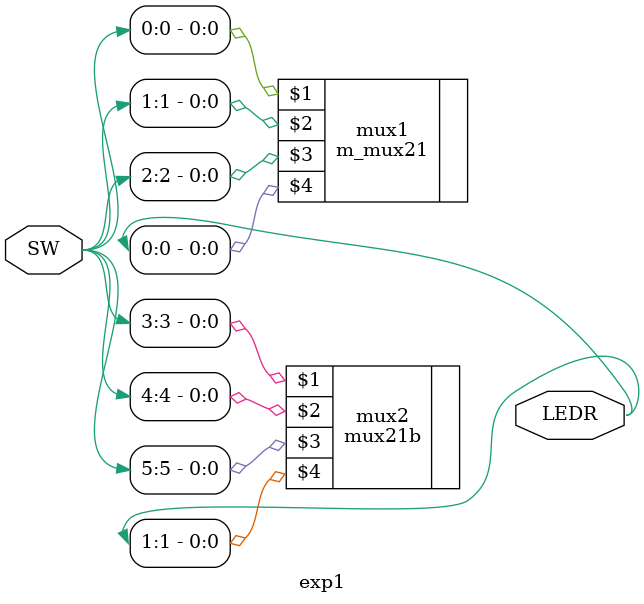
<source format=v>


module exp1(

	//////////// SW //////////
	input 		     [9:0]		SW,

	//////////// LED //////////
	output		     [9:0]		LEDR
);



//=======================================================
//  REG/WIRE declarations
//=======================================================

m_mux21 mux1(SW[0],SW[1],SW[2],LEDR[0]);

mux21b mux2(SW[3],SW[4],SW[5],LEDR[1]);

//=======================================================
//  Structural coding
//=======================================================



endmodule

</source>
